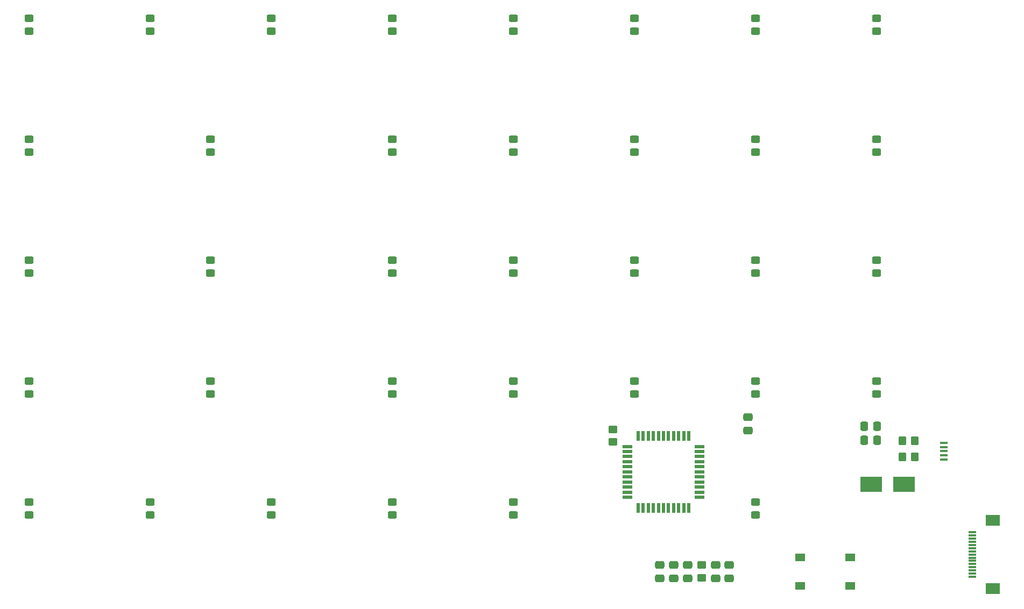
<source format=gbp>
%TF.GenerationSoftware,KiCad,Pcbnew,(6.0.10)*%
%TF.CreationDate,2023-02-02T18:01:59-08:00*%
%TF.ProjectId,netrazr_rev2-Left,6e657472-617a-4725-9f72-6576322d4c65,2*%
%TF.SameCoordinates,Original*%
%TF.FileFunction,Paste,Bot*%
%TF.FilePolarity,Positive*%
%FSLAX46Y46*%
G04 Gerber Fmt 4.6, Leading zero omitted, Abs format (unit mm)*
G04 Created by KiCad (PCBNEW (6.0.10)) date 2023-02-02 18:01:59*
%MOMM*%
%LPD*%
G01*
G04 APERTURE LIST*
G04 Aperture macros list*
%AMRoundRect*
0 Rectangle with rounded corners*
0 $1 Rounding radius*
0 $2 $3 $4 $5 $6 $7 $8 $9 X,Y pos of 4 corners*
0 Add a 4 corners polygon primitive as box body*
4,1,4,$2,$3,$4,$5,$6,$7,$8,$9,$2,$3,0*
0 Add four circle primitives for the rounded corners*
1,1,$1+$1,$2,$3*
1,1,$1+$1,$4,$5*
1,1,$1+$1,$6,$7*
1,1,$1+$1,$8,$9*
0 Add four rect primitives between the rounded corners*
20,1,$1+$1,$2,$3,$4,$5,0*
20,1,$1+$1,$4,$5,$6,$7,0*
20,1,$1+$1,$6,$7,$8,$9,0*
20,1,$1+$1,$8,$9,$2,$3,0*%
G04 Aperture macros list end*
%ADD10R,1.300000X0.450000*%
%ADD11RoundRect,0.250000X0.475000X-0.337500X0.475000X0.337500X-0.475000X0.337500X-0.475000X-0.337500X0*%
%ADD12RoundRect,0.250000X0.450000X-0.325000X0.450000X0.325000X-0.450000X0.325000X-0.450000X-0.325000X0*%
%ADD13R,1.550000X1.300000*%
%ADD14RoundRect,0.250000X-0.450000X0.350000X-0.450000X-0.350000X0.450000X-0.350000X0.450000X0.350000X0*%
%ADD15R,1.500000X0.550000*%
%ADD16R,0.550000X1.500000*%
%ADD17RoundRect,0.250000X-0.475000X0.337500X-0.475000X-0.337500X0.475000X-0.337500X0.475000X0.337500X0*%
%ADD18RoundRect,0.250000X-0.350000X-0.450000X0.350000X-0.450000X0.350000X0.450000X-0.350000X0.450000X0*%
%ADD19R,3.500000X2.400000*%
%ADD20RoundRect,0.250000X0.337500X0.475000X-0.337500X0.475000X-0.337500X-0.475000X0.337500X-0.475000X0*%
%ADD21R,1.300000X0.300000*%
%ADD22R,2.200000X1.800000*%
G04 APERTURE END LIST*
D10*
X192126000Y-153223000D03*
X192126000Y-153873000D03*
X192126000Y-154523000D03*
X192126000Y-155173000D03*
X192126000Y-155823000D03*
D11*
X158369000Y-174519500D03*
X158369000Y-172444500D03*
D12*
X124345000Y-164565000D03*
X124345000Y-162515000D03*
X105295000Y-126465000D03*
X105295000Y-124415000D03*
X143395000Y-88365000D03*
X143395000Y-86315000D03*
X162445000Y-107415000D03*
X162445000Y-105365000D03*
D13*
X169470000Y-171280000D03*
X177420000Y-171280000D03*
X169470000Y-175780000D03*
X177420000Y-175780000D03*
D12*
X143395000Y-126465000D03*
X143395000Y-124415000D03*
X105295000Y-145515000D03*
X105295000Y-143465000D03*
X181495000Y-126465000D03*
X181495000Y-124415000D03*
X76720000Y-126465000D03*
X76720000Y-124415000D03*
D11*
X161255000Y-151267500D03*
X161255000Y-149192500D03*
D12*
X124345000Y-107415000D03*
X124345000Y-105365000D03*
D14*
X140055000Y-151080000D03*
X140055000Y-153080000D03*
D12*
X48145000Y-145515000D03*
X48145000Y-143465000D03*
D15*
X153705000Y-153780000D03*
X153705000Y-154580000D03*
X153705000Y-155380000D03*
X153705000Y-156180000D03*
X153705000Y-156980000D03*
X153705000Y-157780000D03*
X153705000Y-158580000D03*
X153705000Y-159380000D03*
X153705000Y-160180000D03*
X153705000Y-160980000D03*
X153705000Y-161780000D03*
D16*
X152005000Y-163480000D03*
X151205000Y-163480000D03*
X150405000Y-163480000D03*
X149605000Y-163480000D03*
X148805000Y-163480000D03*
X148005000Y-163480000D03*
X147205000Y-163480000D03*
X146405000Y-163480000D03*
X145605000Y-163480000D03*
X144805000Y-163480000D03*
X144005000Y-163480000D03*
D15*
X142305000Y-161780000D03*
X142305000Y-160980000D03*
X142305000Y-160180000D03*
X142305000Y-159380000D03*
X142305000Y-158580000D03*
X142305000Y-157780000D03*
X142305000Y-156980000D03*
X142305000Y-156180000D03*
X142305000Y-155380000D03*
X142305000Y-154580000D03*
X142305000Y-153780000D03*
D16*
X144005000Y-152080000D03*
X144805000Y-152080000D03*
X145605000Y-152080000D03*
X146405000Y-152080000D03*
X147205000Y-152080000D03*
X148005000Y-152080000D03*
X148805000Y-152080000D03*
X149605000Y-152080000D03*
X150405000Y-152080000D03*
X151205000Y-152080000D03*
X152005000Y-152080000D03*
D12*
X67195000Y-164565000D03*
X67195000Y-162515000D03*
X48145000Y-126465000D03*
X48145000Y-124415000D03*
D11*
X156210000Y-174519500D03*
X156210000Y-172444500D03*
D12*
X105295000Y-164565000D03*
X105295000Y-162515000D03*
X124345000Y-88365000D03*
X124345000Y-86315000D03*
X86245000Y-164565000D03*
X86245000Y-162515000D03*
X162445000Y-164565000D03*
X162445000Y-162515000D03*
D17*
X149606000Y-172444500D03*
X149606000Y-174519500D03*
D12*
X181495000Y-145515000D03*
X181495000Y-143465000D03*
X181495000Y-88365000D03*
X181495000Y-86315000D03*
D18*
X185563000Y-155448000D03*
X187563000Y-155448000D03*
D12*
X124345000Y-145515000D03*
X124345000Y-143465000D03*
D19*
X180661000Y-159766000D03*
X185861000Y-159766000D03*
D12*
X76720000Y-107415000D03*
X76720000Y-105365000D03*
X162445000Y-145515000D03*
X162445000Y-143465000D03*
X48145000Y-164565000D03*
X48145000Y-162515000D03*
X143395000Y-107415000D03*
X143395000Y-105365000D03*
X86245000Y-88365000D03*
X86245000Y-86315000D03*
D20*
X181631500Y-150622000D03*
X179556500Y-150622000D03*
D12*
X162445000Y-126465000D03*
X162445000Y-124415000D03*
X105295000Y-107415000D03*
X105295000Y-105365000D03*
X48145000Y-107415000D03*
X48145000Y-105365000D03*
X181495000Y-107415000D03*
X181495000Y-105365000D03*
X162445000Y-88365000D03*
X162445000Y-86315000D03*
D17*
X147447000Y-172444500D03*
X147447000Y-174519500D03*
D14*
X154051000Y-172482000D03*
X154051000Y-174482000D03*
D12*
X143395000Y-145515000D03*
X143395000Y-143465000D03*
X124345000Y-126465000D03*
X124345000Y-124415000D03*
D20*
X181631500Y-152781000D03*
X179556500Y-152781000D03*
D17*
X151845000Y-172444500D03*
X151845000Y-174519500D03*
D12*
X76720000Y-145515000D03*
X76720000Y-143465000D03*
X105295000Y-88365000D03*
X105295000Y-86315000D03*
X48145000Y-88365000D03*
X48145000Y-86315000D03*
X67195000Y-88365000D03*
X67195000Y-86315000D03*
D18*
X185563000Y-152908000D03*
X187563000Y-152908000D03*
D21*
X196560000Y-167300000D03*
X196560000Y-167800000D03*
X196560000Y-168300000D03*
X196560000Y-168800000D03*
X196560000Y-169300000D03*
X196560000Y-169800000D03*
X196560000Y-170300000D03*
X196560000Y-170800000D03*
X196560000Y-171300000D03*
X196560000Y-171800000D03*
X196560000Y-172300000D03*
X196560000Y-172800000D03*
X196560000Y-173300000D03*
X196560000Y-173800000D03*
X196560000Y-174300000D03*
D22*
X199810000Y-165400000D03*
X199810000Y-176200000D03*
M02*

</source>
